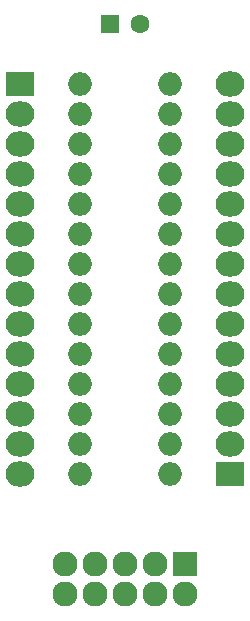
<source format=gts>
G04 #@! TF.FileFunction,Soldermask,Top*
%FSLAX46Y46*%
G04 Gerber Fmt 4.6, Leading zero omitted, Abs format (unit mm)*
G04 Created by KiCad (PCBNEW 4.0.2-4+6225~38~ubuntu15.10.1-stable) date Sat 05 Mar 2016 03:54:49 AM EET*
%MOMM*%
G01*
G04 APERTURE LIST*
%ADD10C,0.100000*%
%ADD11R,1.600000X1.600000*%
%ADD12C,1.600000*%
%ADD13O,2.000000X2.000000*%
%ADD14R,2.432000X2.127200*%
%ADD15O,2.432000X2.127200*%
%ADD16R,2.127200X2.127200*%
%ADD17O,2.127200X2.127200*%
G04 APERTURE END LIST*
D10*
D11*
X138430000Y-68580000D03*
D12*
X140930000Y-68580000D03*
D13*
X135890000Y-73660000D03*
X135890000Y-76200000D03*
X135890000Y-78740000D03*
X135890000Y-81280000D03*
X135890000Y-83820000D03*
X135890000Y-86360000D03*
X135890000Y-88900000D03*
X135890000Y-91440000D03*
X135890000Y-93980000D03*
X135890000Y-96520000D03*
X135890000Y-99060000D03*
X135890000Y-101600000D03*
X135890000Y-104140000D03*
X135890000Y-106680000D03*
X143510000Y-106680000D03*
X143510000Y-104140000D03*
X143510000Y-101600000D03*
X143510000Y-99060000D03*
X143510000Y-96520000D03*
X143510000Y-93980000D03*
X143510000Y-91440000D03*
X143510000Y-88900000D03*
X143510000Y-86360000D03*
X143510000Y-83820000D03*
X143510000Y-81280000D03*
X143510000Y-78740000D03*
X143510000Y-76200000D03*
X143510000Y-73660000D03*
D14*
X130810000Y-73660000D03*
D15*
X130810000Y-76200000D03*
X130810000Y-78740000D03*
X130810000Y-81280000D03*
X130810000Y-83820000D03*
X130810000Y-86360000D03*
X130810000Y-88900000D03*
X130810000Y-91440000D03*
X130810000Y-93980000D03*
X130810000Y-96520000D03*
X130810000Y-99060000D03*
X130810000Y-101600000D03*
X130810000Y-104140000D03*
X130810000Y-106680000D03*
D14*
X148590000Y-106680000D03*
D15*
X148590000Y-104140000D03*
X148590000Y-101600000D03*
X148590000Y-99060000D03*
X148590000Y-96520000D03*
X148590000Y-93980000D03*
X148590000Y-91440000D03*
X148590000Y-88900000D03*
X148590000Y-86360000D03*
X148590000Y-83820000D03*
X148590000Y-81280000D03*
X148590000Y-78740000D03*
X148590000Y-76200000D03*
X148590000Y-73660000D03*
D16*
X144780000Y-114300000D03*
D17*
X144780000Y-116840000D03*
X142240000Y-114300000D03*
X142240000Y-116840000D03*
X139700000Y-114300000D03*
X139700000Y-116840000D03*
X137160000Y-114300000D03*
X137160000Y-116840000D03*
X134620000Y-114300000D03*
X134620000Y-116840000D03*
M02*

</source>
